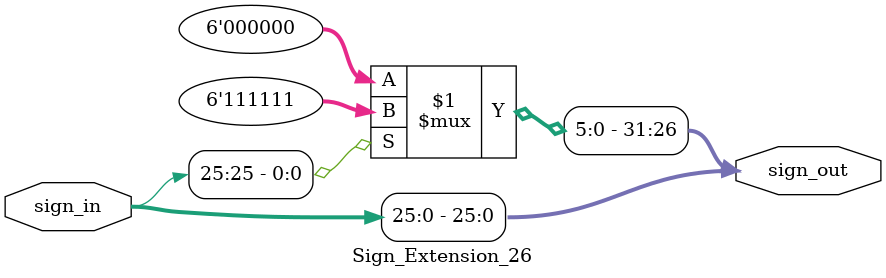
<source format=v>
module Sign_Extension_26 (sign_in, sign_out);
	input [25:0] sign_in;
	output [31:0] sign_out;
	assign sign_out[25:0]=sign_in[25:0];
	assign sign_out[31:26]=sign_in[25]?6'b111111:6'b0;
endmodule

</source>
